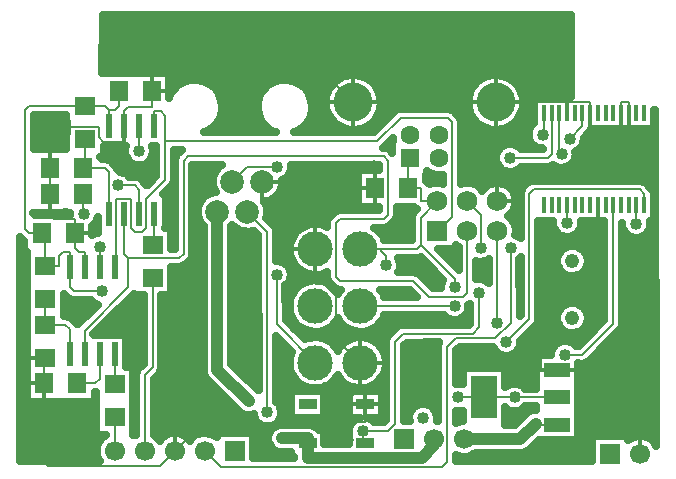
<source format=gbr>
G04 DipTrace 2.4.0.2*
%INBottom.gbr*%
%MOIN*%
%ADD14C,0.006*%
%ADD15C,0.0394*%
%ADD16C,0.025*%
%ADD17C,0.013*%
%ADD18R,0.088X0.048*%
%ADD19R,0.0866X0.1417*%
%ADD20R,0.0669X0.0669*%
%ADD21C,0.0669*%
%ADD22R,0.063X0.0709*%
%ADD23R,0.0709X0.063*%
%ADD26R,0.0118X0.0551*%
%ADD27R,0.0689X0.0689*%
%ADD28C,0.0689*%
%ADD29R,0.0236X0.0787*%
%ADD30C,0.1181*%
%ADD31C,0.0787*%
%ADD35R,0.0591X0.0354*%
%ADD36R,0.063X0.063*%
%ADD37C,0.063*%
%ADD38C,0.1299*%
%ADD39C,0.048*%
%ADD40C,0.04*%
%FSLAX44Y44*%
G04*
G70*
G90*
G75*
G01*
%LNBottom*%
%LPD*%
X18259Y12071D2*
D14*
X18744Y12556D1*
Y15719D1*
X18605Y15858D1*
X17038D1*
X16249Y15070D1*
X9178D1*
Y13790D1*
X8539Y13151D1*
Y12176D1*
X8400Y12037D1*
X8178D1*
X8039Y12176D1*
Y13151D1*
X7539D1*
Y10875D1*
X7499D1*
X9178Y15070D2*
Y15926D1*
X9039Y16065D1*
X8812D1*
Y15562D1*
X7080Y10064D2*
X6138D1*
X5999Y10203D1*
Y10875D1*
X16556Y10937D2*
Y11246D1*
X16386Y11416D1*
Y11469D1*
X17570D1*
X17709Y11607D1*
X18852Y10465D1*
Y10202D1*
X22664Y15137D2*
X23093Y15566D1*
Y16009D1*
X14187Y7687D2*
X12899Y8975D1*
Y10628D1*
X6511Y16238D2*
X7173D1*
X7312Y16099D1*
X7497D1*
X7636Y16238D1*
Y16738D1*
X15687Y11469D2*
X16386D1*
X7312Y16099D2*
Y15562D1*
X5062Y12000D2*
X4638D1*
X4499Y12139D1*
Y16099D1*
X4638Y16238D1*
X6511D1*
X5187Y10915D2*
Y12000D1*
X5062D1*
X5999Y10875D2*
Y11378D1*
X5789D1*
X5650Y11239D1*
Y10915D1*
X5187D1*
X20835Y6532D2*
X22251D1*
X19814D2*
X20835D1*
X18953D2*
X19814D1*
X18259Y13071D2*
X17709Y12522D1*
Y11607D1*
X17286Y13502D2*
X17709D1*
Y13071D1*
X18259D1*
X17336Y14508D2*
X17286Y14458D1*
Y13502D1*
X19259Y12071D2*
Y10027D1*
X19120Y9888D1*
X17981D1*
X17453Y10415D1*
X15025D1*
X14886Y10554D1*
Y12345D1*
X15025Y12484D1*
X16468D1*
X16607Y12623D1*
Y14427D1*
X16468Y14566D1*
X9936D1*
X9797Y14427D1*
Y11328D1*
X9658Y11189D1*
X7951D1*
Y10213D1*
X6499Y8761D1*
Y7962D1*
X7951Y11189D2*
X7812Y11328D1*
Y12649D1*
X19712Y11518D2*
Y12618D1*
X19259Y13071D1*
X20259Y12071D2*
Y8999D1*
X20237D1*
X24628Y16009D2*
Y16393D1*
X24373D1*
Y16009D1*
X23605Y12938D2*
Y11823D1*
Y9140D1*
X23105Y8640D1*
X6499Y10875D2*
Y11378D1*
X6303D1*
X6164Y11517D1*
Y12000D1*
X23349Y16009D2*
Y16393D1*
X22581D1*
X21302D1*
X21271Y16362D1*
X20198D1*
X15687Y7689D2*
Y6851D1*
X15374Y6538D1*
Y5860D1*
X15513Y5721D1*
X15277Y5486D1*
Y5103D1*
X16134Y14257D2*
X14588D1*
X14048Y13717D1*
X14187Y13578D1*
Y11467D1*
X20198Y16362D2*
Y14708D1*
X20259Y14647D1*
Y13071D1*
X22581Y16393D2*
Y16009D1*
X24373D2*
Y15625D1*
X24234Y15486D1*
X23488D1*
X23349Y15625D1*
Y16009D1*
X5147Y7000D2*
Y7836D1*
X5187D1*
X9500Y4750D2*
X9001Y4250D1*
X5286D1*
X5147Y4389D1*
Y4753D1*
Y7000D1*
X15277Y5103D2*
X14861D1*
X14389Y5576D1*
X10326D1*
X9500Y4750D1*
X15513Y5721D2*
X15857D1*
Y6296D1*
X14187Y11467D2*
Y10626D1*
X14886Y9926D1*
Y8490D1*
X15687Y7689D1*
X14048Y13717D2*
X12424D1*
X16183Y13502D2*
X16164D1*
Y14227D1*
X16134Y14257D1*
X22251Y7438D2*
X24887D1*
X25026Y7299D1*
Y4650D1*
X23105Y8640D2*
X21841D1*
X21702Y8501D1*
Y7438D1*
X22251D1*
X8738Y16738D2*
Y17201D1*
X8877Y17340D1*
X14480D1*
X15458Y16362D1*
X7812Y15562D2*
Y16065D1*
X7951Y16204D1*
X8738D1*
Y16738D1*
X5335Y14187D2*
Y15421D1*
X5474Y15560D1*
X6974D1*
Y15198D1*
X7113Y15059D1*
X7812D1*
Y15562D1*
X5335Y13312D2*
Y14187D1*
X6164Y12000D2*
Y12464D1*
X5474D1*
X5335Y12603D1*
Y13312D1*
X5297Y4753D2*
X5147D1*
X23429Y11823D2*
X23605D1*
X24884Y12938D2*
Y12306D1*
X22398Y14654D2*
X22325Y14727D1*
Y16009D1*
X20555Y8376D2*
X21327Y9148D1*
Y13323D1*
X21466Y13462D1*
X25001D1*
X25140Y13323D1*
Y12938D1*
X21761Y15295D2*
X21813Y15348D1*
Y16009D1*
X20680Y14508D2*
X21930D1*
X22069Y14647D1*
Y16009D1*
X22518Y7956D2*
X23093D1*
X24117Y8980D1*
Y12938D1*
X22581D2*
Y12343D1*
X6249Y7000D2*
X6860D1*
X6999Y7140D1*
Y7962D1*
X7621Y13599D2*
X8173D1*
X8312Y13460D1*
Y12649D1*
X6473Y12634D2*
X6437Y12670D1*
Y13312D1*
X5187Y9813D2*
Y8938D1*
X5860D1*
X5999Y8799D1*
Y7962D1*
X6511Y15136D2*
Y14187D1*
X6437D1*
X7173D1*
X7312Y14048D1*
Y12649D1*
X8761Y11613D2*
X8812D1*
Y12649D1*
X7499Y7962D2*
Y6977D1*
X6999Y10875D2*
Y11548D1*
X8312Y14735D2*
Y15562D1*
X10500Y4750D2*
X11028Y4222D1*
X18427D1*
X18585Y4380D1*
Y8226D1*
X18879Y8519D1*
X20190D1*
X20699Y9028D1*
Y11518D1*
X7499Y5875D2*
X7500Y4750D1*
X18830Y9579D2*
X15687D1*
X19638Y10021D2*
Y8867D1*
X19428Y8658D1*
X17110D1*
X16844Y8392D1*
Y5655D1*
X16601Y5412D1*
X15792D1*
Y4997D1*
X15857D1*
X8500Y4750D2*
Y7271D1*
X8761Y7532D1*
Y10511D1*
X11924Y12717D2*
X12590Y12051D1*
Y6030D1*
X12927Y14219D2*
X11927D1*
X11424Y13717D1*
X22251Y5627D2*
X21562D1*
X21532Y5657D1*
D15*
X21022Y5146D1*
X19156D1*
X11972Y6403D2*
X10924Y7451D1*
Y12717D1*
X13079Y5165D2*
X13928D1*
Y4997D1*
Y4527D1*
X17737D1*
X18156Y4946D1*
Y5146D1*
D40*
X5297Y4753D3*
X23429Y11823D3*
X17785Y5845D3*
X22664Y15137D3*
X12899Y10628D3*
X7080Y10064D3*
X20835Y6532D3*
X16556Y10937D3*
X18953Y6532D3*
X18852Y10202D3*
X19712Y11518D3*
X20237Y8999D3*
X15277Y5103D3*
X23105Y8640D3*
X16134Y14257D3*
X24884Y12306D3*
X22398Y14654D3*
X20555Y8376D3*
X21761Y15295D3*
X20680Y14508D3*
X22518Y7956D3*
X22581Y12343D3*
X6473Y12634D3*
X7621Y13599D3*
X6999Y11548D3*
X8312Y14735D3*
X20699Y11518D3*
X18830Y9579D3*
X19638Y10021D3*
X15792Y5412D3*
X12590Y6030D3*
X12927Y14219D3*
X21532Y5657D3*
X11972Y6403D3*
X13079Y5165D3*
X7122Y19020D2*
D16*
X22685D1*
X7118Y18771D2*
X22685D1*
X7118Y18522D2*
X22685D1*
X7118Y18274D2*
X22682D1*
X7118Y18025D2*
X22682D1*
X7114Y17776D2*
X22678D1*
X7114Y17528D2*
X22678D1*
X9345Y17279D2*
X22678D1*
X9345Y17030D2*
X9756D1*
X10595D2*
X12756D1*
X13595D2*
X14807D1*
X16107D2*
X19549D1*
X20849D2*
X22674D1*
X9345Y16782D2*
X9443D1*
X10903D2*
X12443D1*
X13903D2*
X14619D1*
X16294D2*
X19361D1*
X21036D2*
X22674D1*
X11048Y16533D2*
X12303D1*
X14048D2*
X14533D1*
X16380D2*
X19275D1*
X21122D2*
X21463D1*
X11103Y16284D2*
X12248D1*
X14103D2*
X14521D1*
X16396D2*
X19264D1*
X21134D2*
X21463D1*
X11087Y16035D2*
X12264D1*
X14087D2*
X14580D1*
X16337D2*
X16771D1*
X18868D2*
X19318D1*
X21075D2*
X21463D1*
X4818Y15787D2*
X5865D1*
X10993D2*
X12353D1*
X13993D2*
X14721D1*
X16193D2*
X16525D1*
X19056D2*
X19463D1*
X20935D2*
X21463D1*
X4818Y15538D2*
X5865D1*
X10798D2*
X12549D1*
X13798D2*
X15037D1*
X15880D2*
X16275D1*
X19064D2*
X19775D1*
X20618D2*
X21338D1*
X4818Y15289D2*
X5865D1*
X19064D2*
X21271D1*
X23259D2*
X25502D1*
X4818Y15041D2*
X5865D1*
X19064D2*
X21346D1*
X23146D2*
X25502D1*
X7153Y14792D2*
X7826D1*
X19064D2*
X20287D1*
X23001D2*
X25502D1*
X7040Y14543D2*
X7865D1*
X8759D2*
X8857D1*
X19064D2*
X20193D1*
X22876D2*
X25502D1*
X7509Y14295D2*
X8139D1*
X8485D2*
X8857D1*
X19064D2*
X20240D1*
X22720D2*
X25506D1*
X7775Y14046D2*
X8857D1*
X10118D2*
X10830D1*
X13384D2*
X15580D1*
X19064D2*
X20603D1*
X20757D2*
X25506D1*
X8415Y13797D2*
X8744D1*
X10118D2*
X10744D1*
X13146D2*
X15580D1*
X17892D2*
X18424D1*
X19064D2*
X25506D1*
X9380Y13549D2*
X9474D1*
X10118D2*
X10764D1*
X13087D2*
X15580D1*
X19661D2*
X19853D1*
X20661D2*
X21111D1*
X25357D2*
X25504D1*
X9220Y13300D2*
X9478D1*
X10118D2*
X10596D1*
X12958D2*
X15580D1*
X20849D2*
X21006D1*
X9220Y13051D2*
X9478D1*
X10118D2*
X10334D1*
X12517D2*
X15580D1*
X20892D2*
X21005D1*
X9220Y12803D2*
X9478D1*
X10118D2*
X10249D1*
X12603D2*
X16287D1*
X16927D2*
X17549D1*
X20829D2*
X21006D1*
X9220Y12554D2*
X9478D1*
X10118D2*
X10264D1*
X12587D2*
X14654D1*
X16919D2*
X17393D1*
X20653D2*
X21006D1*
X6825Y12305D2*
X6903D1*
X9220D2*
X9478D1*
X10118D2*
X10385D1*
X12778D2*
X13994D1*
X14380D2*
X14568D1*
X16732D2*
X17389D1*
X20845D2*
X21006D1*
X21646D2*
X22092D1*
X23068D2*
X23795D1*
X25372D2*
X25507D1*
X6771Y12056D2*
X6907D1*
X10118D2*
X10439D1*
X11411D2*
X12143D1*
X12911D2*
X13541D1*
X16333D2*
X17389D1*
X20892D2*
X21005D1*
X21646D2*
X22189D1*
X22974D2*
X23795D1*
X25302D2*
X25510D1*
X10118Y11808D2*
X10439D1*
X11411D2*
X12271D1*
X12911D2*
X13377D1*
X16497D2*
X17389D1*
X21646D2*
X23795D1*
X24435D2*
X25514D1*
X4364Y11559D2*
X4461D1*
X10118D2*
X10439D1*
X11411D2*
X12271D1*
X12911D2*
X13310D1*
X21646D2*
X22576D1*
X22935D2*
X23795D1*
X24435D2*
X25514D1*
X4364Y11310D2*
X4543D1*
X10114D2*
X10439D1*
X11411D2*
X12271D1*
X12911D2*
X13322D1*
X18450D2*
X18939D1*
X21646D2*
X22283D1*
X23228D2*
X23795D1*
X24435D2*
X25514D1*
X4364Y11062D2*
X4543D1*
X9974D2*
X10439D1*
X11411D2*
X12271D1*
X13091D2*
X13408D1*
X17028D2*
X17814D1*
X18696D2*
X18939D1*
X19825D2*
X19939D1*
X21646D2*
X22228D1*
X23286D2*
X23795D1*
X24435D2*
X25514D1*
X4364Y10813D2*
X4543D1*
X9403D2*
X10439D1*
X11411D2*
X12271D1*
X13349D2*
X13611D1*
X17028D2*
X18060D1*
X19579D2*
X19939D1*
X21646D2*
X22303D1*
X23212D2*
X23795D1*
X24435D2*
X25514D1*
X4364Y10564D2*
X4543D1*
X9403D2*
X10439D1*
X11411D2*
X12271D1*
X13384D2*
X14568D1*
X17747D2*
X18310D1*
X19579D2*
X19939D1*
X21646D2*
X23795D1*
X24435D2*
X25514D1*
X4364Y10316D2*
X4543D1*
X9403D2*
X10439D1*
X11411D2*
X12271D1*
X13267D2*
X13732D1*
X17993D2*
X18369D1*
X21646D2*
X23795D1*
X24435D2*
X25518D1*
X4368Y10067D2*
X4544D1*
X9403D2*
X10439D1*
X11411D2*
X12271D1*
X13220D2*
X13463D1*
X16415D2*
X17361D1*
X21646D2*
X23795D1*
X24435D2*
X25518D1*
X4368Y9818D2*
X4544D1*
X5829D2*
X5951D1*
X7997D2*
X8439D1*
X9079D2*
X10439D1*
X11411D2*
X12271D1*
X13220D2*
X13342D1*
X21646D2*
X23795D1*
X24435D2*
X25518D1*
X4368Y9570D2*
X4544D1*
X5829D2*
X6865D1*
X7751D2*
X8439D1*
X9079D2*
X10439D1*
X11411D2*
X12271D1*
X13220D2*
X13307D1*
X21646D2*
X22412D1*
X23099D2*
X23795D1*
X24435D2*
X25518D1*
X4368Y9321D2*
X4544D1*
X5829D2*
X6619D1*
X7501D2*
X8439D1*
X9079D2*
X10439D1*
X11411D2*
X12271D1*
X13220D2*
X13346D1*
X19239D2*
X19321D1*
X21646D2*
X22248D1*
X23267D2*
X23795D1*
X24435D2*
X25518D1*
X4368Y9072D2*
X4544D1*
X6169D2*
X6369D1*
X7251D2*
X8439D1*
X9079D2*
X10439D1*
X11411D2*
X12271D1*
X13243D2*
X13471D1*
X16400D2*
X19318D1*
X21638D2*
X22236D1*
X23275D2*
X23768D1*
X24435D2*
X25521D1*
X4368Y8824D2*
X4544D1*
X7005D2*
X8439D1*
X9079D2*
X10439D1*
X11411D2*
X12271D1*
X13493D2*
X13756D1*
X14618D2*
X15260D1*
X16114D2*
X16834D1*
X21446D2*
X22373D1*
X23142D2*
X23518D1*
X24392D2*
X25521D1*
X4368Y8575D2*
X4544D1*
X7907D2*
X8439D1*
X9079D2*
X10439D1*
X11411D2*
X12271D1*
X13739D2*
X16588D1*
X21196D2*
X23268D1*
X24153D2*
X25521D1*
X4368Y8326D2*
X4544D1*
X7907D2*
X8439D1*
X9079D2*
X10439D1*
X11411D2*
X12271D1*
X12911D2*
X13107D1*
X14782D2*
X15092D1*
X16282D2*
X16525D1*
X17220D2*
X18283D1*
X21044D2*
X22213D1*
X22825D2*
X23021D1*
X23903D2*
X25521D1*
X4372Y8077D2*
X4544D1*
X7907D2*
X8439D1*
X9079D2*
X10439D1*
X11411D2*
X12271D1*
X12911D2*
X13353D1*
X17165D2*
X18264D1*
X18903D2*
X20174D1*
X20935D2*
X22045D1*
X23657D2*
X25521D1*
X4372Y7829D2*
X4544D1*
X7907D2*
X8439D1*
X9079D2*
X10439D1*
X11411D2*
X12271D1*
X12911D2*
X13318D1*
X17165D2*
X18264D1*
X18903D2*
X21521D1*
X23407D2*
X25525D1*
X4372Y7580D2*
X4544D1*
X7907D2*
X8369D1*
X9079D2*
X10439D1*
X11474D2*
X12271D1*
X12911D2*
X13314D1*
X17165D2*
X18264D1*
X18903D2*
X21521D1*
X22982D2*
X25525D1*
X4372Y7331D2*
X4544D1*
X9001D2*
X10455D1*
X11720D2*
X12271D1*
X12911D2*
X13385D1*
X17165D2*
X18264D1*
X18903D2*
X19092D1*
X20536D2*
X21521D1*
X22982D2*
X25525D1*
X4372Y7083D2*
X4544D1*
X8821D2*
X10615D1*
X11970D2*
X12271D1*
X12911D2*
X13557D1*
X14818D2*
X15060D1*
X16314D2*
X16525D1*
X17165D2*
X18264D1*
X18903D2*
X19092D1*
X20536D2*
X21521D1*
X22982D2*
X25525D1*
X4372Y6834D2*
X4544D1*
X8821D2*
X10865D1*
X12911D2*
X14100D1*
X14275D2*
X15639D1*
X15738D2*
X16525D1*
X17165D2*
X18264D1*
X21212D2*
X21521D1*
X22982D2*
X25525D1*
X4372Y6585D2*
X4544D1*
X8821D2*
X11111D1*
X12911D2*
X13342D1*
X14513D2*
X15271D1*
X16443D2*
X16527D1*
X17165D2*
X18264D1*
X22982D2*
X25529D1*
X4372Y6337D2*
X6853D1*
X8821D2*
X11361D1*
X12966D2*
X13342D1*
X14513D2*
X15271D1*
X16443D2*
X16527D1*
X17165D2*
X18264D1*
X22982D2*
X25529D1*
X4372Y6088D2*
X6853D1*
X8821D2*
X11603D1*
X13075D2*
X13342D1*
X14513D2*
X15271D1*
X16443D2*
X16527D1*
X17165D2*
X17365D1*
X20536D2*
X20671D1*
X20997D2*
X21334D1*
X22982D2*
X25529D1*
X4376Y5839D2*
X6853D1*
X8821D2*
X12143D1*
X13040D2*
X15584D1*
X16001D2*
X16525D1*
X17165D2*
X17296D1*
X18903D2*
X19092D1*
X20536D2*
X21037D1*
X22982D2*
X25529D1*
X4376Y5591D2*
X6853D1*
X8821D2*
X12416D1*
X12767D2*
X12866D1*
X14130D2*
X15338D1*
X22982D2*
X25529D1*
X4376Y5342D2*
X6853D1*
X8821D2*
X9381D1*
X9618D2*
X10381D1*
X10618D2*
X10877D1*
X12126D2*
X12623D1*
X14513D2*
X15271D1*
X22982D2*
X25533D1*
X4376Y5093D2*
X6982D1*
X12126D2*
X12596D1*
X14513D2*
X15271D1*
X21646D2*
X23400D1*
X25454D2*
X25533D1*
X4376Y4845D2*
X6885D1*
X12126D2*
X12717D1*
X21400D2*
X23400D1*
X4376Y4596D2*
X6896D1*
X12126D2*
X13342D1*
X19419D2*
X23400D1*
X21571Y7943D2*
X22053D1*
X22055Y7996D1*
X22082Y8117D1*
X22141Y8227D1*
X22226Y8318D1*
X22333Y8383D1*
X22453Y8417D1*
X22577Y8418D1*
X22698Y8385D1*
X22805Y8322D1*
X22873Y8252D1*
X22972Y8253D1*
X23822Y9105D1*
X23816Y12398D1*
X23793Y12402D1*
X23804Y12398D1*
X23043D1*
X23046Y12343D1*
X23029Y12219D1*
X22980Y12105D1*
X22903Y12007D1*
X22802Y11934D1*
X22686Y11890D1*
X22561Y11878D1*
X22439Y11900D1*
X22326Y11954D1*
X22232Y12035D1*
X22163Y12139D1*
X22124Y12258D1*
X22122Y12401D1*
X22001Y12402D1*
X21887Y12398D1*
X21626D1*
X21622Y11698D1*
Y9148D1*
X21594Y9023D1*
X21536Y8939D1*
X21019Y8423D1*
X21003Y8252D1*
X20954Y8137D1*
X20877Y8040D1*
X20776Y7967D1*
X20659Y7923D1*
X20535Y7911D1*
X20413Y7933D1*
X20300Y7987D1*
X20206Y8068D1*
X20137Y8172D1*
X20119Y8228D1*
X19440Y8224D1*
X18999Y8222D1*
X18880Y8101D1*
Y6987D1*
X19012Y6993D1*
X19114Y6966D1*
X19116Y7506D1*
X20512D1*
Y6869D1*
X20649Y6958D1*
X20769Y6992D1*
X20894Y6993D1*
X21014Y6961D1*
X21122Y6898D1*
X21190Y6828D1*
X21550Y6827D1*
X21546Y7037D1*
Y7943D1*
X21571D1*
X21546Y6125D2*
Y6234D1*
X21192Y6237D1*
X21157Y6197D1*
X21056Y6123D1*
X20939Y6079D1*
X20815Y6068D1*
X20693Y6090D1*
X20580Y6143D1*
X20513Y6202D1*
X20512Y5606D1*
X20832Y5608D1*
X21240Y6018D1*
X21347Y6083D1*
X21467Y6117D1*
X21546Y6122D1*
X21550Y6132D1*
X19116Y5742D2*
Y6094D1*
X19058Y6079D1*
X18933Y6068D1*
X18884Y6077D1*
X18880Y5675D1*
X18959Y5713D1*
X19116Y5742D1*
X11025Y5349D2*
X12099D1*
Y4517D1*
X13469D1*
X13466Y4555D1*
X13368D1*
Y4707D1*
X13060Y4701D1*
X12937Y4722D1*
X12824Y4776D1*
X12730Y4858D1*
X12661Y4962D1*
X12622Y5080D1*
X12616Y5204D1*
X12643Y5326D1*
X12702Y5436D1*
X12787Y5527D1*
X12894Y5591D1*
X13014Y5625D1*
X13049Y5626D1*
X12912Y5695D1*
X12811Y5621D1*
X12694Y5577D1*
X12570Y5566D1*
X12448Y5588D1*
X12335Y5641D1*
X12241Y5723D1*
X12172Y5827D1*
X12132Y5965D1*
X12077Y5950D1*
X11953Y5938D1*
X11830Y5960D1*
X11717Y6014D1*
X11557Y6165D1*
X10598Y7124D1*
X10522Y7224D1*
X10469Y7376D1*
X10462Y7701D1*
Y12244D1*
X10410Y12305D1*
X10341Y12410D1*
X10294Y12525D1*
X10269Y12648D1*
X10268Y12772D1*
X10290Y12895D1*
X10335Y13012D1*
X10402Y13117D1*
X10487Y13209D1*
X10587Y13282D1*
X10700Y13336D1*
X10864Y13370D1*
X10794Y13525D1*
X10769Y13648D1*
X10768Y13772D1*
X10790Y13895D1*
X10835Y14012D1*
X10902Y14117D1*
X10987Y14209D1*
X11072Y14271D1*
X10089Y14270D1*
X10092Y12427D1*
Y11328D1*
X10063Y11204D1*
X10005Y11120D1*
X9866Y10981D1*
X9758Y10913D1*
X9658Y10894D1*
X9380D1*
Y9931D1*
X9056D1*
Y7532D1*
X9027Y7407D1*
X8969Y7323D1*
X8795Y7146D1*
Y5275D1*
X8890Y5205D1*
X8976Y5115D1*
X8998Y5078D1*
X9073Y5171D1*
X9169Y5250D1*
X9280Y5308D1*
X9400Y5341D1*
X9525Y5349D1*
X9648Y5331D1*
X9765Y5288D1*
X9871Y5221D1*
X9960Y5134D1*
X10000Y5081D1*
X10091Y5188D1*
X10190Y5263D1*
X10303Y5316D1*
X10425Y5345D1*
X10549Y5347D1*
X10672Y5324D1*
X10787Y5276D1*
X10898Y5197D1*
X10900Y5349D1*
X11025D1*
X7001Y4422D2*
X6955Y4499D1*
X6915Y4617D1*
X6900Y4741D1*
X6912Y4866D1*
X6948Y4985D1*
X7009Y5094D1*
X7091Y5188D1*
X7208Y5272D1*
X7119Y5295D1*
X6880D1*
X6884Y6455D1*
X6880Y6397D1*
Y6706D1*
X6833Y6705D1*
X6829Y6381D1*
X5669Y6385D1*
X5652Y6381D1*
X4567D1*
X4568Y9518D1*
Y10393D1*
Y11378D1*
X4482Y11381D1*
Y11752D1*
X4429Y11792D1*
X4339Y11882D1*
X4353Y4424D1*
X6997Y4421D1*
X17865Y13930D2*
Y13750D1*
X17953Y13669D1*
X18018Y13631D1*
X18138Y13668D1*
X18262Y13680D1*
X18386Y13667D1*
X18449Y13647D1*
Y13943D1*
X18356Y13929D1*
X18231Y13935D1*
X18111Y13967D1*
X18000Y14024D1*
X17916Y14088D1*
Y13928D1*
X17865D1*
X17479Y12883D2*
X16901D1*
X16902Y12623D1*
X16874Y12498D1*
X16816Y12414D1*
X16677Y12275D1*
X16569Y12207D1*
X16468Y12189D1*
X16152D1*
X16234Y12126D1*
X16324Y12039D1*
X16400Y11941D1*
X16462Y11832D1*
X16488Y11762D1*
X17414Y11764D1*
Y12522D1*
X17443Y12646D1*
X17501Y12731D1*
X17575Y12805D1*
X17486Y12879D1*
X6013Y12693D2*
X5857Y12697D1*
X5840Y12693D1*
X4793D1*
X4857Y12620D1*
X5642Y12616D1*
X5659Y12620D1*
X6009D1*
X6014Y12692D1*
X5865Y12693D1*
X5803Y9518D2*
X5806Y9233D1*
X5860D1*
X5985Y9205D1*
X6069Y9147D1*
X6244Y8962D1*
X6291Y8970D1*
X6937Y9621D1*
X6825Y9675D1*
X6724Y9767D1*
X6138Y9769D1*
X6014Y9797D1*
X5930Y9855D1*
X5805Y9980D1*
X5806Y9233D1*
X5857Y14803D2*
X5880Y14806D1*
X5891D1*
X5895Y15716D1*
X5892Y15658D1*
X5886Y15943D1*
X4796D1*
X4794Y14806D1*
X5880D1*
X8115Y6455D2*
X8119Y6205D1*
Y5295D1*
X8205Y5269D1*
Y6375D1*
X7884Y7557D2*
X8119D1*
X8115Y6397D1*
X8205Y6375D1*
Y7271D1*
X8233Y7395D1*
X8291Y7479D1*
X8466Y7657D1*
Y9934D1*
X8142Y9931D1*
Y9990D1*
X6792Y8637D1*
X6794Y8624D1*
X6882Y8617D1*
X6991Y8621D1*
X7382Y8617D1*
X7491Y8621D1*
X7882D1*
Y7554D1*
X9192Y12193D2*
X9380D1*
Y11486D1*
X9502Y11484D1*
Y14427D1*
X9530Y14551D1*
X9588Y14635D1*
X9730Y14776D1*
X9472Y14775D1*
X9473Y13790D1*
X9445Y13666D1*
X9387Y13582D1*
X9113Y13308D1*
X9195Y13307D1*
Y12194D1*
X6744Y12256D2*
Y11936D1*
X6814Y11974D1*
X6930Y12007D1*
X6929Y12541D1*
X6872Y12395D1*
X6795Y12298D1*
X6741Y12259D1*
X18868Y11606D2*
Y11462D1*
X18270D1*
X18965Y10769D1*
X18964Y11538D1*
X18870Y11602D1*
X7695Y14905D2*
X7129Y14903D1*
X7130Y14556D1*
X7017D1*
X7062Y14482D1*
X7173D1*
X7297Y14454D1*
X7382Y14396D1*
X7521Y14257D1*
X7589Y14149D1*
X7603Y14098D1*
X7680Y14060D1*
X7800Y14028D1*
X7908Y13965D1*
X7976Y13895D1*
X8173Y13894D1*
X8297Y13866D1*
X8382Y13808D1*
X8557Y13623D1*
X8596Y13625D1*
X8883Y13915D1*
Y14903D1*
X8746D1*
X8777Y14735D1*
X8760Y14612D1*
X8711Y14497D1*
X8634Y14400D1*
X8533Y14326D1*
X8416Y14282D1*
X8292Y14271D1*
X8170Y14293D1*
X8057Y14347D1*
X7963Y14428D1*
X7894Y14532D1*
X7855Y14650D1*
X7849Y14775D1*
X7881Y14907D1*
X7745Y14903D1*
X7429Y14904D1*
X16346Y10122D2*
X16400Y10051D1*
X16462Y9942D1*
X16488Y9873D1*
X17582Y9874D1*
X17328Y10120D1*
X16348D1*
X17138Y5746D2*
X17334D1*
X17322Y5884D1*
X17349Y6006D1*
X17407Y6116D1*
X17493Y6206D1*
X17599Y6271D1*
X17719Y6305D1*
X17844Y6306D1*
X17964Y6274D1*
X18072Y6211D1*
X18159Y6121D1*
X18219Y6012D1*
X18250Y5845D1*
X18236Y5740D1*
X18290Y5755D1*
Y8226D1*
X18319Y8350D1*
X18303Y8363D1*
X17231Y8361D1*
X17140Y8267D1*
Y5743D1*
X12130Y12094D2*
X12082Y12077D1*
X11959Y12059D1*
X11834Y12064D1*
X11713Y12093D1*
X11599Y12144D1*
X11497Y12216D1*
X11423Y12291D1*
X11387Y12250D1*
X11386Y7642D1*
X12263Y6765D1*
X12295Y6780D1*
X12293Y11931D1*
X12130Y12094D1*
X13493Y6738D2*
X14488D1*
Y5854D1*
X13368D1*
Y6738D1*
X13493D1*
X16756Y14698D2*
Y15088D1*
X16791D1*
X16769Y15172D1*
X16455Y14859D1*
X16592Y14832D1*
X16677Y14774D1*
X16757Y14694D1*
X21112Y16337D2*
X21096Y16188D1*
X21055Y16044D1*
X20992Y15908D1*
X20907Y15785D1*
X20803Y15677D1*
X20683Y15587D1*
X20550Y15518D1*
X20407Y15472D1*
X20259Y15450D1*
X20110Y15452D1*
X19962Y15479D1*
X19821Y15529D1*
X19690Y15602D1*
X19573Y15695D1*
X19472Y15806D1*
X19391Y15932D1*
X19331Y16069D1*
X19295Y16215D1*
X19283Y16364D1*
X19296Y16513D1*
X19333Y16659D1*
X19393Y16796D1*
X19474Y16922D1*
X19575Y17032D1*
X19693Y17125D1*
X19824Y17197D1*
X19966Y17247D1*
X20113Y17273D1*
X20263Y17274D1*
X20411Y17251D1*
X20554Y17205D1*
X20686Y17135D1*
X20806Y17045D1*
X20909Y16937D1*
X20994Y16813D1*
X21057Y16677D1*
X21096Y16532D1*
X21112Y16383D1*
Y16337D1*
X16372D2*
X16356Y16188D1*
X16315Y16044D1*
X16252Y15908D1*
X16167Y15785D1*
X16063Y15677D1*
X15943Y15587D1*
X15810Y15518D1*
X15667Y15472D1*
X15519Y15450D1*
X15369Y15452D1*
X15222Y15479D1*
X15081Y15529D1*
X14950Y15602D1*
X14832Y15695D1*
X14732Y15806D1*
X14651Y15932D1*
X14591Y16069D1*
X14555Y16215D1*
X14543Y16364D1*
X14556Y16513D1*
X14593Y16659D1*
X14653Y16796D1*
X14734Y16922D1*
X14835Y17032D1*
X14953Y17125D1*
X15084Y17197D1*
X15226Y17247D1*
X15373Y17273D1*
X15523Y17274D1*
X15671Y17251D1*
X15813Y17205D1*
X15946Y17135D1*
X16066Y17045D1*
X16169Y16937D1*
X16254Y16813D1*
X16316Y16677D1*
X16356Y16532D1*
X16372Y16383D1*
Y16337D1*
X23246Y10955D2*
X23201Y10838D1*
X23128Y10737D1*
X23033Y10656D1*
X22921Y10601D1*
X22799Y10575D1*
X22675Y10580D1*
X22555Y10615D1*
X22448Y10679D1*
X22359Y10766D1*
X22295Y10873D1*
X22259Y10992D1*
X22253Y11117D1*
X22278Y11239D1*
X22332Y11351D1*
X22412Y11447D1*
X22513Y11520D1*
X22628Y11567D1*
X22752Y11583D1*
X22876Y11569D1*
X22992Y11525D1*
X23095Y11453D1*
X23176Y11359D1*
X23232Y11247D1*
X23261Y11078D1*
X23246Y10955D1*
Y9055D2*
X23201Y8938D1*
X23128Y8837D1*
X23033Y8756D1*
X22921Y8701D1*
X22799Y8675D1*
X22675Y8680D1*
X22555Y8715D1*
X22448Y8779D1*
X22359Y8866D1*
X22295Y8973D1*
X22259Y9092D1*
X22253Y9217D1*
X22278Y9339D1*
X22332Y9451D1*
X22412Y9547D1*
X22513Y9620D1*
X22628Y9667D1*
X22752Y9683D1*
X22876Y9669D1*
X22992Y9625D1*
X23095Y9553D1*
X23176Y9459D1*
X23232Y9347D1*
X23261Y9178D1*
X23246Y9055D1*
X17005Y10814D2*
X16960Y10710D1*
X17453D1*
X17578Y10682D1*
X17662Y10624D1*
X18106Y10183D1*
X18375D1*
X18374Y10219D1*
X18401Y10341D1*
X18452Y10448D1*
X17698Y11202D1*
X17622Y11178D1*
X17320Y11173D1*
X16957D1*
X16990Y11104D1*
X17021Y10937D1*
X17005Y10814D1*
X19961Y11129D2*
X19933Y11108D1*
X19816Y11064D1*
X19692Y11053D1*
X19552Y11083D1*
X19554Y10481D1*
X19696Y10482D1*
X19817Y10450D1*
X19924Y10387D1*
X19965Y10345D1*
X19964Y11128D1*
X21033Y11197D2*
X20993Y11161D1*
X20994Y9232D1*
X21032Y9273D1*
Y11191D1*
X13130Y5627D2*
X13928D1*
X14051Y5610D1*
X14166Y5561D1*
X14279Y5464D1*
X14301Y5439D1*
X14488D1*
Y4990D1*
X15299Y4989D1*
X15297Y5439D1*
X15324D1*
X15355Y5573D1*
X15414Y5683D1*
X15499Y5774D1*
X15606Y5838D1*
X15662Y5854D1*
X15297D1*
Y6738D1*
X16417D1*
Y5854D1*
X15935D1*
X16078Y5778D1*
X16146Y5708D1*
X16481Y5709D1*
X16549Y5780D1*
Y8392D1*
X16578Y8517D1*
X16636Y8601D1*
X16902Y8867D1*
X17010Y8935D1*
X17110Y8953D1*
X19308Y8955D1*
X19342Y8992D1*
Y9660D1*
X19292Y9625D1*
X19278Y9455D1*
X19229Y9341D1*
X19151Y9243D1*
X19051Y9170D1*
X18934Y9126D1*
X18810Y9114D1*
X18687Y9136D1*
X18575Y9190D1*
X18474Y9281D1*
X17455Y9284D1*
X16488Y9285D1*
X16462Y9216D1*
X16400Y9107D1*
X16324Y9008D1*
X16234Y8921D1*
X16133Y8849D1*
X16022Y8791D1*
X15903Y8751D1*
X15781Y8728D1*
X15656Y8724D1*
X15532Y8737D1*
X15411Y8769D1*
X15296Y8818D1*
X15189Y8883D1*
X15093Y8963D1*
X15010Y9056D1*
X14937Y9169D1*
X14900Y9105D1*
X14824Y9006D1*
X14734Y8919D1*
X14633Y8847D1*
X14522Y8789D1*
X14403Y8749D1*
X14281Y8726D1*
X14156Y8722D1*
X14032Y8736D1*
X13911Y8767D1*
X13796Y8816D1*
X13689Y8881D1*
X13593Y8961D1*
X13510Y9054D1*
X13441Y9158D1*
X13388Y9271D1*
X13352Y9391D1*
X13334Y9514D1*
Y9639D1*
X13352Y9763D1*
X13388Y9882D1*
X13441Y9995D1*
X13510Y10100D1*
X13593Y10193D1*
X13689Y10272D1*
X13796Y10338D1*
X13911Y10386D1*
X14032Y10418D1*
X14156Y10432D1*
X14280Y10427D1*
X14403Y10404D1*
X14522Y10364D1*
X14633Y10307D1*
X14734Y10234D1*
X14824Y10148D1*
X14900Y10049D1*
X14937Y9984D1*
X15010Y10102D1*
X15028Y10122D1*
X14971Y10125D1*
X14856Y10173D1*
X14678Y10346D1*
X14610Y10454D1*
X14591Y10554D1*
X14589Y10712D1*
X14451Y10653D1*
X14305Y10619D1*
X14156Y10612D1*
X14007Y10630D1*
X13864Y10674D1*
X13731Y10743D1*
X13612Y10834D1*
X13510Y10944D1*
X13429Y11070D1*
X13372Y11208D1*
X13339Y11354D1*
X13332Y11504D1*
X13352Y11652D1*
X13397Y11795D1*
X13467Y11928D1*
X13558Y12047D1*
X13669Y12147D1*
X13796Y12227D1*
X13935Y12284D1*
X14081Y12315D1*
X14231Y12321D1*
X14379Y12300D1*
X14522Y12254D1*
X14591Y12220D1*
Y12345D1*
X14620Y12469D1*
X14678Y12553D1*
X14817Y12692D1*
X14925Y12760D1*
X15025Y12779D1*
X16311D1*
X16312Y12883D1*
X15603D1*
Y14122D1*
X16312Y14123D1*
Y14267D1*
X15468Y14270D1*
X13389Y14265D1*
X13375Y14096D1*
X13326Y13981D1*
X13248Y13883D1*
X13148Y13810D1*
X13080Y13780D1*
X13079Y13642D1*
X13053Y13520D1*
X13004Y13405D1*
X12935Y13301D1*
X12847Y13212D1*
X12745Y13141D1*
X12630Y13091D1*
X12509Y13063D1*
X12486Y13061D1*
X12531Y12973D1*
X12568Y12854D1*
X12583Y12717D1*
X12571Y12592D1*
X12548Y12514D1*
X12799Y12259D1*
X12866Y12151D1*
X12885Y12051D1*
Y11094D1*
X12958Y11089D1*
X13078Y11057D1*
X13186Y10994D1*
X13273Y10905D1*
X13333Y10795D1*
X13364Y10628D1*
X13347Y10505D1*
X13298Y10390D1*
X13221Y10293D1*
X13192Y10272D1*
X13194Y9101D1*
X13828Y8463D1*
X13911Y8497D1*
X14032Y8528D1*
X14156Y8542D1*
X14280Y8537D1*
X14403Y8515D1*
X14522Y8474D1*
X14633Y8417D1*
X14734Y8345D1*
X14824Y8258D1*
X14900Y8159D1*
X14937Y8094D1*
X14980Y8171D1*
X15075Y8287D1*
X15189Y8385D1*
X15318Y8461D1*
X15458Y8513D1*
X15606Y8541D1*
X15756Y8542D1*
X15903Y8517D1*
X16044Y8466D1*
X16174Y8392D1*
X16290Y8296D1*
X16386Y8182D1*
X16462Y8052D1*
X16513Y7911D1*
X16539Y7764D1*
Y7614D1*
X16513Y7467D1*
X16462Y7326D1*
X16386Y7196D1*
X16290Y7082D1*
X16175Y6986D1*
X16044Y6912D1*
X15903Y6861D1*
X15756Y6836D1*
X15606Y6837D1*
X15459Y6865D1*
X15318Y6917D1*
X15189Y6993D1*
X15076Y7091D1*
X14981Y7207D1*
X14938Y7276D1*
X14824Y7116D1*
X14734Y7029D1*
X14633Y6957D1*
X14522Y6900D1*
X14403Y6859D1*
X14281Y6837D1*
X14156Y6832D1*
X14032Y6846D1*
X13911Y6877D1*
X13796Y6926D1*
X13689Y6991D1*
X13593Y7071D1*
X13510Y7164D1*
X13441Y7268D1*
X13388Y7381D1*
X13352Y7501D1*
X13334Y7625D1*
Y7749D1*
X13352Y7873D1*
X13413Y8046D1*
X12887Y8569D1*
X12885Y7426D1*
Y6391D1*
X12964Y6307D1*
X13024Y6198D1*
X13055Y6030D1*
X13038Y5907D1*
X12989Y5792D1*
X12912Y5695D1*
X22710Y19268D2*
X7097Y19266D1*
X7091Y17357D1*
X8216Y17354D1*
X8233Y17357D1*
X9318D1*
Y16508D1*
X9360Y16611D1*
X9422Y16719D1*
X9498Y16818D1*
X9587Y16905D1*
X9688Y16979D1*
X9798Y17039D1*
X9914Y17083D1*
X10036Y17111D1*
X10161Y17121D1*
X10285Y17114D1*
X10408Y17090D1*
X10526Y17050D1*
X10638Y16993D1*
X10740Y16922D1*
X10832Y16837D1*
X10911Y16741D1*
X10976Y16634D1*
X11026Y16520D1*
X11060Y16399D1*
X11079Y16216D1*
X11070Y16092D1*
X11044Y15970D1*
X11002Y15852D1*
X10944Y15741D1*
X10871Y15640D1*
X10785Y15549D1*
X10688Y15472D1*
X10580Y15408D1*
X10476Y15364D1*
X12869Y15365D1*
X12739Y15423D1*
X12634Y15491D1*
X12539Y15572D1*
X12456Y15666D1*
X12387Y15770D1*
X12333Y15882D1*
X12295Y16001D1*
X12274Y16124D1*
X12270Y16249D1*
X12283Y16373D1*
X12313Y16495D1*
X12360Y16611D1*
X12422Y16719D1*
X12498Y16818D1*
X12587Y16905D1*
X12688Y16979D1*
X12798Y17039D1*
X12914Y17083D1*
X13036Y17111D1*
X13161Y17121D1*
X13285Y17114D1*
X13408Y17090D1*
X13526Y17050D1*
X13638Y16993D1*
X13740Y16922D1*
X13832Y16837D1*
X13911Y16741D1*
X13976Y16634D1*
X14026Y16520D1*
X14060Y16399D1*
X14079Y16216D1*
X14070Y16092D1*
X14044Y15970D1*
X14002Y15852D1*
X13944Y15742D1*
X13871Y15640D1*
X13785Y15549D1*
X13688Y15472D1*
X13580Y15408D1*
X13476Y15364D1*
X16129Y15367D1*
X16829Y16067D1*
X16937Y16135D1*
X17038Y16153D1*
X18605D1*
X18729Y16125D1*
X18813Y16067D1*
X18952Y15928D1*
X19020Y15820D1*
X19039Y15719D1*
Y13637D1*
X19138Y13668D1*
X19262Y13680D1*
X19386Y13667D1*
X19505Y13629D1*
X19613Y13567D1*
X19707Y13484D1*
X19756Y13419D1*
X19851Y13524D1*
X19952Y13598D1*
X20065Y13649D1*
X20187Y13676D1*
X20312Y13678D1*
X20434Y13655D1*
X20549Y13607D1*
X20652Y13536D1*
X20739Y13446D1*
X20805Y13340D1*
X20849Y13223D1*
X20867Y13100D1*
X20860Y12972D1*
X20827Y12851D1*
X20770Y12740D1*
X20692Y12643D1*
X20607Y12571D1*
X20707Y12484D1*
X20781Y12384D1*
X20834Y12271D1*
X20863Y12150D1*
X20868Y12071D1*
X20856Y11959D1*
X20986Y11883D1*
X21032Y11836D1*
Y13323D1*
X21061Y13447D1*
X21119Y13531D1*
X21258Y13670D1*
X21366Y13738D1*
X21466Y13757D1*
X25001D1*
X25126Y13728D1*
X25210Y13670D1*
X25385Y13485D1*
X25464Y13479D1*
Y12398D1*
X25343D1*
X25349Y12306D1*
X25333Y12183D1*
X25284Y12068D1*
X25206Y11971D1*
X25105Y11897D1*
X24989Y11853D1*
X24865Y11842D1*
X24742Y11864D1*
X24630Y11917D1*
X24535Y11999D1*
X24466Y12103D1*
X24427Y12221D1*
X24421Y12346D1*
X24412Y12313D1*
Y8980D1*
X24383Y8856D1*
X24325Y8772D1*
X23301Y7748D1*
X23193Y7680D1*
X23093Y7661D1*
X22956Y7662D1*
X22952Y6027D1*
X22956Y5757D1*
Y5122D1*
X21647D1*
X21348Y4820D1*
X21249Y4744D1*
X21097Y4691D1*
X20772Y4685D1*
X19541D1*
X19458Y4629D1*
X19344Y4577D1*
X19223Y4550D1*
X19098D1*
X18975Y4575D1*
X18879Y4616D1*
X18880Y4407D1*
X23427Y4404D1*
X23426Y5249D1*
X24625D1*
Y5097D1*
X24738Y5175D1*
X24853Y5224D1*
X24975Y5247D1*
X25100Y5244D1*
X25222Y5216D1*
X25335Y5163D1*
X25434Y5088D1*
X25516Y4994D1*
X25558Y4925D1*
X25522Y16102D1*
X25463Y16103D1*
X25464Y15468D1*
X24816Y15472D1*
X24827Y15468D1*
X23537D1*
X23372D1*
X23335Y15397D1*
X23128Y15183D1*
X23113Y15014D1*
X23064Y14899D1*
X22986Y14801D1*
X22860Y14718D1*
X22863Y14654D1*
X22846Y14530D1*
X22797Y14416D1*
X22720Y14318D1*
X22619Y14245D1*
X22502Y14201D1*
X22378Y14189D1*
X22256Y14211D1*
X22123Y14283D1*
X21982Y14217D1*
X21680Y14213D1*
X21036D1*
X21002Y14172D1*
X20901Y14099D1*
X20784Y14055D1*
X20660Y14043D1*
X20537Y14065D1*
X20425Y14119D1*
X20331Y14201D1*
X20262Y14304D1*
X20223Y14423D1*
X20217Y14547D1*
X20244Y14669D1*
X20302Y14779D1*
X20388Y14870D1*
X20494Y14934D1*
X20614Y14968D1*
X20739Y14969D1*
X20859Y14937D1*
X20967Y14874D1*
X21035Y14804D1*
X21777Y14803D1*
X21741Y14831D1*
X21618Y14853D1*
X21506Y14906D1*
X21412Y14988D1*
X21342Y15092D1*
X21303Y15210D1*
X21297Y15335D1*
X21324Y15456D1*
X21383Y15566D1*
X21492Y15671D1*
X21490Y16550D1*
X22137Y16546D1*
X22251Y16550D1*
X22649Y16546D1*
X22697Y16550D1*
X22657D1*
X22698D1*
X22713Y19268D1*
X21547Y7438D2*
D17*
X22955D1*
X9500Y5349D2*
Y4750D1*
X16183Y14121D2*
Y12884D1*
X15604Y13502D2*
X16183D1*
X5335Y13312D2*
Y12693D1*
X5147Y7000D2*
Y6382D1*
X4568Y7000D2*
X5147D1*
X4568Y7836D2*
X5187D1*
X5335Y14806D2*
Y14187D1*
X8738Y17357D2*
Y16738D1*
X9318D1*
X6164Y12000D2*
X6744D1*
X23605Y12938D2*
Y12398D1*
X22581Y16549D2*
Y16009D1*
X23349D2*
Y15469D1*
X24373Y16009D2*
Y15469D1*
X24628Y16009D2*
Y15469D1*
X20259Y13680D2*
Y13071D1*
X20867D1*
X7812Y15562D2*
Y14904D1*
X14187Y12322D2*
Y10612D1*
X13332Y11467D2*
X14187D1*
X15687Y8544D2*
Y6834D1*
Y7689D2*
X16542D1*
X25026Y5249D2*
Y4650D1*
X12424Y13717D2*
Y13058D1*
Y13717D2*
X13082D1*
X15857Y6738D2*
Y5854D1*
X15297Y6296D2*
X16417D1*
X20198Y17276D2*
Y15448D1*
X19284Y16362D2*
X21112D1*
X15458Y17276D2*
Y15448D1*
X14544Y16362D2*
X16372D1*
D18*
X22251Y7438D3*
Y6532D3*
Y5627D3*
D19*
X19814Y6532D3*
D20*
X11500Y4750D3*
D21*
X10500D3*
X9500D3*
X8500D3*
X7500D3*
D22*
X17286Y13502D3*
X16183D3*
X6437Y13312D3*
X5335D3*
X6249Y7000D3*
X5147D3*
D23*
X5187Y8938D3*
Y7836D3*
D22*
X6437Y14187D3*
X5335D3*
D23*
X7499Y5875D3*
Y6977D3*
X8761Y10511D3*
Y11613D3*
D22*
X7636Y16738D3*
X8738D3*
X5062Y12000D3*
X6164D3*
D26*
X25140Y12938D3*
X24884D3*
X24628D3*
X24373D3*
X24117D3*
X23861D3*
X23605D3*
X23349D3*
X23093D3*
X22837D3*
X22581D3*
X22325D3*
X22069D3*
X21813D3*
Y16009D3*
X22069D3*
X22325D3*
X22581D3*
X22837D3*
X23093D3*
X23349D3*
X23605D3*
X23861D3*
X24117D3*
X24373D3*
X24628D3*
X24884D3*
X25140D3*
D27*
X18259Y12071D3*
D28*
X19259D3*
X20259D3*
Y13071D3*
X19259D3*
X18259D3*
D29*
X5999Y10875D3*
X6499D3*
X6999D3*
X7499D3*
Y7962D3*
X6999D3*
X6499D3*
X5999D3*
X7312Y15562D3*
X7812D3*
X8312D3*
X8812D3*
Y12649D3*
X8312D3*
X7812D3*
X7312D3*
D30*
X14187Y7687D3*
Y9577D3*
Y11467D3*
X15687Y11469D3*
Y9579D3*
Y7689D3*
D20*
X24026Y4650D3*
D21*
X25026D3*
D20*
X17156Y5146D3*
D21*
X18156D3*
X19156D3*
D23*
X6511Y15136D3*
Y16238D3*
X5187Y9813D3*
Y10915D3*
D31*
X12424Y13717D3*
X11924Y12717D3*
X11424Y13717D3*
X10924Y12717D3*
D35*
X13928Y4997D3*
Y6296D3*
X15857D3*
Y4997D3*
D36*
X17336Y14508D3*
D37*
X18320D3*
Y15295D3*
X17336D3*
D38*
X20198Y16362D3*
X15458D3*
D39*
X22756Y11078D3*
Y9178D3*
M02*

</source>
